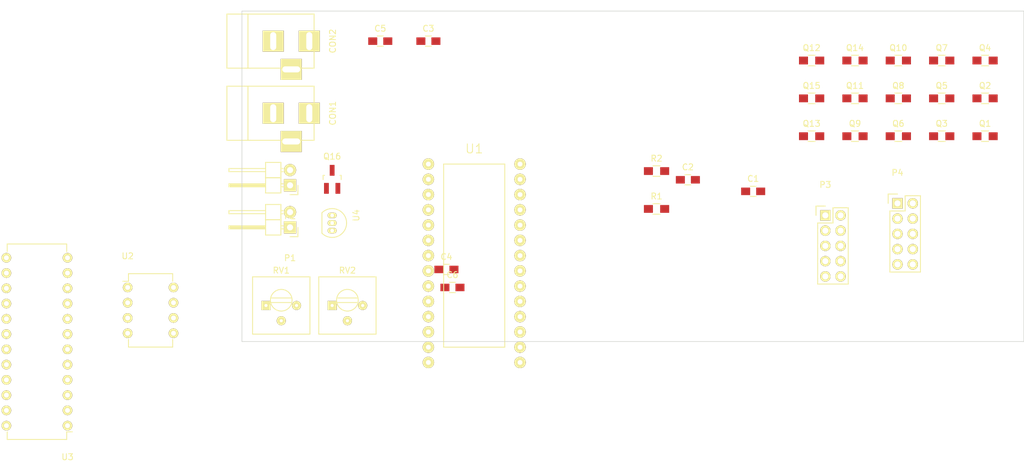
<source format=kicad_pcb>
(kicad_pcb (version 4) (host pcbnew 4.0.0-2.201511301920+6191~38~ubuntu14.04.1-stable)

  (general
    (links 92)
    (no_connects 92)
    (area 89.574999 72.87552 260.050001 150.195)
    (thickness 1.6)
    (drawings 4)
    (tracks 0)
    (zones 0)
    (modules 36)
    (nets 54)
  )

  (page A4)
  (layers
    (0 F.Cu signal)
    (31 B.Cu signal)
    (32 B.Adhes user)
    (33 F.Adhes user)
    (34 B.Paste user)
    (35 F.Paste user)
    (36 B.SilkS user)
    (37 F.SilkS user)
    (38 B.Mask user)
    (39 F.Mask user)
    (40 Dwgs.User user)
    (41 Cmts.User user)
    (42 Eco1.User user)
    (43 Eco2.User user)
    (44 Edge.Cuts user)
    (45 Margin user)
    (46 B.CrtYd user)
    (47 F.CrtYd user)
    (48 B.Fab user)
    (49 F.Fab user)
  )

  (setup
    (last_trace_width 0.25)
    (trace_clearance 0.2)
    (zone_clearance 0.508)
    (zone_45_only no)
    (trace_min 0.2)
    (segment_width 0.2)
    (edge_width 0.1)
    (via_size 0.6)
    (via_drill 0.4)
    (via_min_size 0.4)
    (via_min_drill 0.3)
    (uvia_size 0.3)
    (uvia_drill 0.1)
    (uvias_allowed no)
    (uvia_min_size 0.2)
    (uvia_min_drill 0.1)
    (pcb_text_width 0.3)
    (pcb_text_size 1.5 1.5)
    (mod_edge_width 0.15)
    (mod_text_size 1 1)
    (mod_text_width 0.15)
    (pad_size 1.5 1.5)
    (pad_drill 0.6)
    (pad_to_mask_clearance 0)
    (aux_axis_origin 0 0)
    (visible_elements FFFFFF7F)
    (pcbplotparams
      (layerselection 0x00030_80000001)
      (usegerberextensions false)
      (excludeedgelayer true)
      (linewidth 0.100000)
      (plotframeref false)
      (viasonmask false)
      (mode 1)
      (useauxorigin false)
      (hpglpennumber 1)
      (hpglpenspeed 20)
      (hpglpendiameter 15)
      (hpglpenoverlay 2)
      (psnegative false)
      (psa4output false)
      (plotreference true)
      (plotvalue true)
      (plotinvisibletext false)
      (padsonsilk false)
      (subtractmaskfromsilk false)
      (outputformat 1)
      (mirror false)
      (drillshape 1)
      (scaleselection 1)
      (outputdirectory ""))
  )

  (net 0 "")
  (net 1 VIN)
  (net 2 GND)
  (net 3 +3V3)
  (net 4 HEATER_PWR)
  (net 5 "Net-(CON1-Pad3)")
  (net 6 "Net-(CON2-Pad2)")
  (net 7 "Net-(CON2-Pad3)")
  (net 8 TEMP_S)
  (net 9 "Net-(P2-Pad2)")
  (net 10 /Phototransistors/S1)
  (net 11 /Phototransistors/S2)
  (net 12 /Phototransistors/S3)
  (net 13 /Phototransistors/S4)
  (net 14 /Phototransistors/S5)
  (net 15 /Phototransistors/S6)
  (net 16 /Phototransistors/S7)
  (net 17 /Phototransistors/S8)
  (net 18 /Phototransistors/S9)
  (net 19 /Phototransistors/S10)
  (net 20 /Phototransistors/S11)
  (net 21 /Phototransistors/S12)
  (net 22 /Phototransistors/S13)
  (net 23 /Phototransistors/S14)
  (net 24 /Phototransistors/S15)
  (net 25 HEAT)
  (net 26 "Net-(R1-Pad1)")
  (net 27 "Net-(RV1-Pad3)")
  (net 28 "Net-(RV2-Pad1)")
  (net 29 "Net-(U1-Pad0)")
  (net 30 "Net-(U1-Pad1)")
  (net 31 T2)
  (net 32 T3)
  (net 33 T4)
  (net 34 T5)
  (net 35 T6)
  (net 36 "Net-(U1-Pad8)")
  (net 37 "Net-(U1-Pad9)")
  (net 38 "Net-(U1-Pad10)")
  (net 39 "Net-(U1-Pad11)")
  (net 40 "Net-(U1-Pad12)")
  (net 41 "Net-(U1-Pad13)")
  (net 42 "Net-(U1-Pad14)")
  (net 43 "Net-(U1-Pad15)")
  (net 44 "Net-(U1-Pad16)")
  (net 45 "Net-(U1-Pad17)")
  (net 46 "Net-(U1-Pad18)")
  (net 47 "Net-(U1-Pad19)")
  (net 48 "Net-(U1-Pad22)")
  (net 49 "Net-(U1-Pad23)")
  (net 50 "Net-(U1-Pad24)")
  (net 51 "Net-(U1-Pad25)")
  (net 52 "Net-(U1-Pad27)")
  (net 53 "Net-(U3-Pad16)")

  (net_class Default "This is the default net class."
    (clearance 0.2)
    (trace_width 0.25)
    (via_dia 0.6)
    (via_drill 0.4)
    (uvia_dia 0.3)
    (uvia_drill 0.1)
    (add_net +3V3)
    (add_net /Phototransistors/S1)
    (add_net /Phototransistors/S10)
    (add_net /Phototransistors/S11)
    (add_net /Phototransistors/S12)
    (add_net /Phototransistors/S13)
    (add_net /Phototransistors/S14)
    (add_net /Phototransistors/S15)
    (add_net /Phototransistors/S2)
    (add_net /Phototransistors/S3)
    (add_net /Phototransistors/S4)
    (add_net /Phototransistors/S5)
    (add_net /Phototransistors/S6)
    (add_net /Phototransistors/S7)
    (add_net /Phototransistors/S8)
    (add_net /Phototransistors/S9)
    (add_net GND)
    (add_net HEAT)
    (add_net HEATER_PWR)
    (add_net "Net-(CON1-Pad3)")
    (add_net "Net-(CON2-Pad2)")
    (add_net "Net-(CON2-Pad3)")
    (add_net "Net-(P2-Pad2)")
    (add_net "Net-(R1-Pad1)")
    (add_net "Net-(RV1-Pad3)")
    (add_net "Net-(RV2-Pad1)")
    (add_net "Net-(U1-Pad0)")
    (add_net "Net-(U1-Pad1)")
    (add_net "Net-(U1-Pad10)")
    (add_net "Net-(U1-Pad11)")
    (add_net "Net-(U1-Pad12)")
    (add_net "Net-(U1-Pad13)")
    (add_net "Net-(U1-Pad14)")
    (add_net "Net-(U1-Pad15)")
    (add_net "Net-(U1-Pad16)")
    (add_net "Net-(U1-Pad17)")
    (add_net "Net-(U1-Pad18)")
    (add_net "Net-(U1-Pad19)")
    (add_net "Net-(U1-Pad22)")
    (add_net "Net-(U1-Pad23)")
    (add_net "Net-(U1-Pad24)")
    (add_net "Net-(U1-Pad25)")
    (add_net "Net-(U1-Pad27)")
    (add_net "Net-(U1-Pad8)")
    (add_net "Net-(U1-Pad9)")
    (add_net "Net-(U3-Pad16)")
    (add_net T2)
    (add_net T3)
    (add_net T4)
    (add_net T5)
    (add_net T6)
    (add_net TEMP_S)
    (add_net VIN)
  )

  (module Capacitors_SMD:C_0805_HandSoldering (layer F.Cu) (tedit 541A9B8D) (tstamp 56C7D940)
    (at 215 105)
    (descr "Capacitor SMD 0805, hand soldering")
    (tags "capacitor 0805")
    (path /56B9C372)
    (attr smd)
    (fp_text reference C1 (at 0 -2.1) (layer F.SilkS)
      (effects (font (size 1 1) (thickness 0.15)))
    )
    (fp_text value 100nF (at 0 2.1) (layer F.Fab)
      (effects (font (size 1 1) (thickness 0.15)))
    )
    (fp_line (start -2.3 -1) (end 2.3 -1) (layer F.CrtYd) (width 0.05))
    (fp_line (start -2.3 1) (end 2.3 1) (layer F.CrtYd) (width 0.05))
    (fp_line (start -2.3 -1) (end -2.3 1) (layer F.CrtYd) (width 0.05))
    (fp_line (start 2.3 -1) (end 2.3 1) (layer F.CrtYd) (width 0.05))
    (fp_line (start 0.5 -0.85) (end -0.5 -0.85) (layer F.SilkS) (width 0.15))
    (fp_line (start -0.5 0.85) (end 0.5 0.85) (layer F.SilkS) (width 0.15))
    (pad 1 smd rect (at -1.25 0) (size 1.5 1.25) (layers F.Cu F.Paste F.Mask)
      (net 1 VIN))
    (pad 2 smd rect (at 1.25 0) (size 1.5 1.25) (layers F.Cu F.Paste F.Mask)
      (net 2 GND))
    (model Capacitors_SMD.3dshapes/C_0805_HandSoldering.wrl
      (at (xyz 0 0 0))
      (scale (xyz 1 1 1))
      (rotate (xyz 0 0 0))
    )
  )

  (module Capacitors_SMD:C_0805_HandSoldering (layer F.Cu) (tedit 541A9B8D) (tstamp 56C7D94C)
    (at 204.144524 103.075)
    (descr "Capacitor SMD 0805, hand soldering")
    (tags "capacitor 0805")
    (path /56B9C865)
    (attr smd)
    (fp_text reference C2 (at 0 -2.1) (layer F.SilkS)
      (effects (font (size 1 1) (thickness 0.15)))
    )
    (fp_text value 100nF (at 0 2.1) (layer F.Fab)
      (effects (font (size 1 1) (thickness 0.15)))
    )
    (fp_line (start -2.3 -1) (end 2.3 -1) (layer F.CrtYd) (width 0.05))
    (fp_line (start -2.3 1) (end 2.3 1) (layer F.CrtYd) (width 0.05))
    (fp_line (start -2.3 -1) (end -2.3 1) (layer F.CrtYd) (width 0.05))
    (fp_line (start 2.3 -1) (end 2.3 1) (layer F.CrtYd) (width 0.05))
    (fp_line (start 0.5 -0.85) (end -0.5 -0.85) (layer F.SilkS) (width 0.15))
    (fp_line (start -0.5 0.85) (end 0.5 0.85) (layer F.SilkS) (width 0.15))
    (pad 1 smd rect (at -1.25 0) (size 1.5 1.25) (layers F.Cu F.Paste F.Mask)
      (net 1 VIN))
    (pad 2 smd rect (at 1.25 0) (size 1.5 1.25) (layers F.Cu F.Paste F.Mask)
      (net 2 GND))
    (model Capacitors_SMD.3dshapes/C_0805_HandSoldering.wrl
      (at (xyz 0 0 0))
      (scale (xyz 1 1 1))
      (rotate (xyz 0 0 0))
    )
  )

  (module Capacitors_SMD:C_0805_HandSoldering (layer F.Cu) (tedit 541A9B8D) (tstamp 56C7D958)
    (at 161 80)
    (descr "Capacitor SMD 0805, hand soldering")
    (tags "capacitor 0805")
    (path /56B9CCA2)
    (attr smd)
    (fp_text reference C3 (at 0 -2.1) (layer F.SilkS)
      (effects (font (size 1 1) (thickness 0.15)))
    )
    (fp_text value 100nF (at 0 2.1) (layer F.Fab)
      (effects (font (size 1 1) (thickness 0.15)))
    )
    (fp_line (start -2.3 -1) (end 2.3 -1) (layer F.CrtYd) (width 0.05))
    (fp_line (start -2.3 1) (end 2.3 1) (layer F.CrtYd) (width 0.05))
    (fp_line (start -2.3 -1) (end -2.3 1) (layer F.CrtYd) (width 0.05))
    (fp_line (start 2.3 -1) (end 2.3 1) (layer F.CrtYd) (width 0.05))
    (fp_line (start 0.5 -0.85) (end -0.5 -0.85) (layer F.SilkS) (width 0.15))
    (fp_line (start -0.5 0.85) (end 0.5 0.85) (layer F.SilkS) (width 0.15))
    (pad 1 smd rect (at -1.25 0) (size 1.5 1.25) (layers F.Cu F.Paste F.Mask)
      (net 3 +3V3))
    (pad 2 smd rect (at 1.25 0) (size 1.5 1.25) (layers F.Cu F.Paste F.Mask)
      (net 2 GND))
    (model Capacitors_SMD.3dshapes/C_0805_HandSoldering.wrl
      (at (xyz 0 0 0))
      (scale (xyz 1 1 1))
      (rotate (xyz 0 0 0))
    )
  )

  (module Capacitors_SMD:C_0805_HandSoldering (layer F.Cu) (tedit 541A9B8D) (tstamp 56C7D964)
    (at 164 118)
    (descr "Capacitor SMD 0805, hand soldering")
    (tags "capacitor 0805")
    (path /56B9CE8C)
    (attr smd)
    (fp_text reference C4 (at 0 -2.1) (layer F.SilkS)
      (effects (font (size 1 1) (thickness 0.15)))
    )
    (fp_text value 22nF (at 0 2.1) (layer F.Fab)
      (effects (font (size 1 1) (thickness 0.15)))
    )
    (fp_line (start -2.3 -1) (end 2.3 -1) (layer F.CrtYd) (width 0.05))
    (fp_line (start -2.3 1) (end 2.3 1) (layer F.CrtYd) (width 0.05))
    (fp_line (start -2.3 -1) (end -2.3 1) (layer F.CrtYd) (width 0.05))
    (fp_line (start 2.3 -1) (end 2.3 1) (layer F.CrtYd) (width 0.05))
    (fp_line (start 0.5 -0.85) (end -0.5 -0.85) (layer F.SilkS) (width 0.15))
    (fp_line (start -0.5 0.85) (end 0.5 0.85) (layer F.SilkS) (width 0.15))
    (pad 1 smd rect (at -1.25 0) (size 1.5 1.25) (layers F.Cu F.Paste F.Mask)
      (net 3 +3V3))
    (pad 2 smd rect (at 1.25 0) (size 1.5 1.25) (layers F.Cu F.Paste F.Mask)
      (net 2 GND))
    (model Capacitors_SMD.3dshapes/C_0805_HandSoldering.wrl
      (at (xyz 0 0 0))
      (scale (xyz 1 1 1))
      (rotate (xyz 0 0 0))
    )
  )

  (module Capacitors_SMD:C_0805_HandSoldering (layer F.Cu) (tedit 541A9B8D) (tstamp 56C7D970)
    (at 153 80)
    (descr "Capacitor SMD 0805, hand soldering")
    (tags "capacitor 0805")
    (path /56B9CF34)
    (attr smd)
    (fp_text reference C5 (at 0 -2.1) (layer F.SilkS)
      (effects (font (size 1 1) (thickness 0.15)))
    )
    (fp_text value 100nF (at 0 2.1) (layer F.Fab)
      (effects (font (size 1 1) (thickness 0.15)))
    )
    (fp_line (start -2.3 -1) (end 2.3 -1) (layer F.CrtYd) (width 0.05))
    (fp_line (start -2.3 1) (end 2.3 1) (layer F.CrtYd) (width 0.05))
    (fp_line (start -2.3 -1) (end -2.3 1) (layer F.CrtYd) (width 0.05))
    (fp_line (start 2.3 -1) (end 2.3 1) (layer F.CrtYd) (width 0.05))
    (fp_line (start 0.5 -0.85) (end -0.5 -0.85) (layer F.SilkS) (width 0.15))
    (fp_line (start -0.5 0.85) (end 0.5 0.85) (layer F.SilkS) (width 0.15))
    (pad 1 smd rect (at -1.25 0) (size 1.5 1.25) (layers F.Cu F.Paste F.Mask)
      (net 3 +3V3))
    (pad 2 smd rect (at 1.25 0) (size 1.5 1.25) (layers F.Cu F.Paste F.Mask)
      (net 2 GND))
    (model Capacitors_SMD.3dshapes/C_0805_HandSoldering.wrl
      (at (xyz 0 0 0))
      (scale (xyz 1 1 1))
      (rotate (xyz 0 0 0))
    )
  )

  (module Capacitors_SMD:C_0805_HandSoldering (layer F.Cu) (tedit 541A9B8D) (tstamp 56C7D97C)
    (at 165 121)
    (descr "Capacitor SMD 0805, hand soldering")
    (tags "capacitor 0805")
    (path /56B9E462)
    (attr smd)
    (fp_text reference C6 (at 0 -2.1) (layer F.SilkS)
      (effects (font (size 1 1) (thickness 0.15)))
    )
    (fp_text value 22uF (at 0 2.1) (layer F.Fab)
      (effects (font (size 1 1) (thickness 0.15)))
    )
    (fp_line (start -2.3 -1) (end 2.3 -1) (layer F.CrtYd) (width 0.05))
    (fp_line (start -2.3 1) (end 2.3 1) (layer F.CrtYd) (width 0.05))
    (fp_line (start -2.3 -1) (end -2.3 1) (layer F.CrtYd) (width 0.05))
    (fp_line (start 2.3 -1) (end 2.3 1) (layer F.CrtYd) (width 0.05))
    (fp_line (start 0.5 -0.85) (end -0.5 -0.85) (layer F.SilkS) (width 0.15))
    (fp_line (start -0.5 0.85) (end 0.5 0.85) (layer F.SilkS) (width 0.15))
    (pad 1 smd rect (at -1.25 0) (size 1.5 1.25) (layers F.Cu F.Paste F.Mask)
      (net 3 +3V3))
    (pad 2 smd rect (at 1.25 0) (size 1.5 1.25) (layers F.Cu F.Paste F.Mask)
      (net 2 GND))
    (model Capacitors_SMD.3dshapes/C_0805_HandSoldering.wrl
      (at (xyz 0 0 0))
      (scale (xyz 1 1 1))
      (rotate (xyz 0 0 0))
    )
  )

  (module Connect:BARREL_JACK (layer F.Cu) (tedit 0) (tstamp 56C7D988)
    (at 135 92)
    (descr "DC Barrel Jack")
    (tags "Power Jack")
    (path /56BA3485)
    (fp_text reference CON1 (at 10.09904 0 90) (layer F.SilkS)
      (effects (font (size 1 1) (thickness 0.15)))
    )
    (fp_text value BARREL_JACK (at 0 -5.99948) (layer F.Fab)
      (effects (font (size 1 1) (thickness 0.15)))
    )
    (fp_line (start -4.0005 -4.50088) (end -4.0005 4.50088) (layer F.SilkS) (width 0.15))
    (fp_line (start -7.50062 -4.50088) (end -7.50062 4.50088) (layer F.SilkS) (width 0.15))
    (fp_line (start -7.50062 4.50088) (end 7.00024 4.50088) (layer F.SilkS) (width 0.15))
    (fp_line (start 7.00024 4.50088) (end 7.00024 -4.50088) (layer F.SilkS) (width 0.15))
    (fp_line (start 7.00024 -4.50088) (end -7.50062 -4.50088) (layer F.SilkS) (width 0.15))
    (pad 1 thru_hole rect (at 6.20014 0) (size 3.50012 3.50012) (drill oval 1.00076 2.99974) (layers *.Cu *.Mask F.SilkS)
      (net 4 HEATER_PWR))
    (pad 2 thru_hole rect (at 0.20066 0) (size 3.50012 3.50012) (drill oval 1.00076 2.99974) (layers *.Cu *.Mask F.SilkS)
      (net 2 GND))
    (pad 3 thru_hole rect (at 3.2004 4.699) (size 3.50012 3.50012) (drill oval 2.99974 1.00076) (layers *.Cu *.Mask F.SilkS)
      (net 5 "Net-(CON1-Pad3)"))
  )

  (module Connect:BARREL_JACK (layer F.Cu) (tedit 0) (tstamp 56C7D994)
    (at 135 80)
    (descr "DC Barrel Jack")
    (tags "Power Jack")
    (path /56BA4035)
    (fp_text reference CON2 (at 10.09904 0 90) (layer F.SilkS)
      (effects (font (size 1 1) (thickness 0.15)))
    )
    (fp_text value BARREL_JACK (at 0 -5.99948) (layer F.Fab)
      (effects (font (size 1 1) (thickness 0.15)))
    )
    (fp_line (start -4.0005 -4.50088) (end -4.0005 4.50088) (layer F.SilkS) (width 0.15))
    (fp_line (start -7.50062 -4.50088) (end -7.50062 4.50088) (layer F.SilkS) (width 0.15))
    (fp_line (start -7.50062 4.50088) (end 7.00024 4.50088) (layer F.SilkS) (width 0.15))
    (fp_line (start 7.00024 4.50088) (end 7.00024 -4.50088) (layer F.SilkS) (width 0.15))
    (fp_line (start 7.00024 -4.50088) (end -7.50062 -4.50088) (layer F.SilkS) (width 0.15))
    (pad 1 thru_hole rect (at 6.20014 0) (size 3.50012 3.50012) (drill oval 1.00076 2.99974) (layers *.Cu *.Mask F.SilkS)
      (net 4 HEATER_PWR))
    (pad 2 thru_hole rect (at 0.20066 0) (size 3.50012 3.50012) (drill oval 1.00076 2.99974) (layers *.Cu *.Mask F.SilkS)
      (net 6 "Net-(CON2-Pad2)"))
    (pad 3 thru_hole rect (at 3.2004 4.699) (size 3.50012 3.50012) (drill oval 2.99974 1.00076) (layers *.Cu *.Mask F.SilkS)
      (net 7 "Net-(CON2-Pad3)"))
  )

  (module Pin_Headers:Pin_Header_Angled_1x02 (layer F.Cu) (tedit 0) (tstamp 56C7D9C8)
    (at 138 104 180)
    (descr "Through hole pin header")
    (tags "pin header")
    (path /56BA95A4)
    (fp_text reference P2 (at 0 -5.1 180) (layer F.SilkS)
      (effects (font (size 1 1) (thickness 0.15)))
    )
    (fp_text value CONN_01X02 (at 0 -3.1 180) (layer F.Fab)
      (effects (font (size 1 1) (thickness 0.15)))
    )
    (fp_line (start -1.5 -1.75) (end -1.5 4.3) (layer F.CrtYd) (width 0.05))
    (fp_line (start 10.65 -1.75) (end 10.65 4.3) (layer F.CrtYd) (width 0.05))
    (fp_line (start -1.5 -1.75) (end 10.65 -1.75) (layer F.CrtYd) (width 0.05))
    (fp_line (start -1.5 4.3) (end 10.65 4.3) (layer F.CrtYd) (width 0.05))
    (fp_line (start -1.3 -1.55) (end -1.3 0) (layer F.SilkS) (width 0.15))
    (fp_line (start 0 -1.55) (end -1.3 -1.55) (layer F.SilkS) (width 0.15))
    (fp_line (start 4.191 -0.127) (end 10.033 -0.127) (layer F.SilkS) (width 0.15))
    (fp_line (start 10.033 -0.127) (end 10.033 0.127) (layer F.SilkS) (width 0.15))
    (fp_line (start 10.033 0.127) (end 4.191 0.127) (layer F.SilkS) (width 0.15))
    (fp_line (start 4.191 0.127) (end 4.191 0) (layer F.SilkS) (width 0.15))
    (fp_line (start 4.191 0) (end 10.033 0) (layer F.SilkS) (width 0.15))
    (fp_line (start 1.524 -0.254) (end 1.143 -0.254) (layer F.SilkS) (width 0.15))
    (fp_line (start 1.524 0.254) (end 1.143 0.254) (layer F.SilkS) (width 0.15))
    (fp_line (start 1.524 2.286) (end 1.143 2.286) (layer F.SilkS) (width 0.15))
    (fp_line (start 1.524 2.794) (end 1.143 2.794) (layer F.SilkS) (width 0.15))
    (fp_line (start 1.524 -1.27) (end 4.064 -1.27) (layer F.SilkS) (width 0.15))
    (fp_line (start 1.524 1.27) (end 4.064 1.27) (layer F.SilkS) (width 0.15))
    (fp_line (start 1.524 1.27) (end 1.524 3.81) (layer F.SilkS) (width 0.15))
    (fp_line (start 1.524 3.81) (end 4.064 3.81) (layer F.SilkS) (width 0.15))
    (fp_line (start 4.064 2.286) (end 10.16 2.286) (layer F.SilkS) (width 0.15))
    (fp_line (start 10.16 2.286) (end 10.16 2.794) (layer F.SilkS) (width 0.15))
    (fp_line (start 10.16 2.794) (end 4.064 2.794) (layer F.SilkS) (width 0.15))
    (fp_line (start 4.064 3.81) (end 4.064 1.27) (layer F.SilkS) (width 0.15))
    (fp_line (start 4.064 1.27) (end 4.064 -1.27) (layer F.SilkS) (width 0.15))
    (fp_line (start 10.16 0.254) (end 4.064 0.254) (layer F.SilkS) (width 0.15))
    (fp_line (start 10.16 -0.254) (end 10.16 0.254) (layer F.SilkS) (width 0.15))
    (fp_line (start 4.064 -0.254) (end 10.16 -0.254) (layer F.SilkS) (width 0.15))
    (fp_line (start 1.524 1.27) (end 4.064 1.27) (layer F.SilkS) (width 0.15))
    (fp_line (start 1.524 -1.27) (end 1.524 1.27) (layer F.SilkS) (width 0.15))
    (pad 1 thru_hole rect (at 0 0 180) (size 2.032 2.032) (drill 1.016) (layers *.Cu *.Mask F.SilkS)
      (net 2 GND))
    (pad 2 thru_hole oval (at 0 2.54 180) (size 2.032 2.032) (drill 1.016) (layers *.Cu *.Mask F.SilkS)
      (net 9 "Net-(P2-Pad2)"))
    (model Pin_Headers.3dshapes/Pin_Header_Angled_1x02.wrl
      (at (xyz 0 -0.05 0))
      (scale (xyz 1 1 1))
      (rotate (xyz 0 0 90))
    )
  )

  (module Pin_Headers:Pin_Header_Straight_2x05 (layer F.Cu) (tedit 0) (tstamp 56C7D9E2)
    (at 227 109)
    (descr "Through hole pin header")
    (tags "pin header")
    (path /56C7E035)
    (fp_text reference P3 (at 0 -5.1) (layer F.SilkS)
      (effects (font (size 1 1) (thickness 0.15)))
    )
    (fp_text value CONN_02X05 (at 0 -3.1) (layer F.Fab)
      (effects (font (size 1 1) (thickness 0.15)))
    )
    (fp_line (start -1.75 -1.75) (end -1.75 11.95) (layer F.CrtYd) (width 0.05))
    (fp_line (start 4.3 -1.75) (end 4.3 11.95) (layer F.CrtYd) (width 0.05))
    (fp_line (start -1.75 -1.75) (end 4.3 -1.75) (layer F.CrtYd) (width 0.05))
    (fp_line (start -1.75 11.95) (end 4.3 11.95) (layer F.CrtYd) (width 0.05))
    (fp_line (start 3.81 -1.27) (end 3.81 11.43) (layer F.SilkS) (width 0.15))
    (fp_line (start 3.81 11.43) (end -1.27 11.43) (layer F.SilkS) (width 0.15))
    (fp_line (start -1.27 11.43) (end -1.27 1.27) (layer F.SilkS) (width 0.15))
    (fp_line (start 3.81 -1.27) (end 1.27 -1.27) (layer F.SilkS) (width 0.15))
    (fp_line (start 0 -1.55) (end -1.55 -1.55) (layer F.SilkS) (width 0.15))
    (fp_line (start 1.27 -1.27) (end 1.27 1.27) (layer F.SilkS) (width 0.15))
    (fp_line (start 1.27 1.27) (end -1.27 1.27) (layer F.SilkS) (width 0.15))
    (fp_line (start -1.55 -1.55) (end -1.55 0) (layer F.SilkS) (width 0.15))
    (pad 1 thru_hole rect (at 0 0) (size 1.7272 1.7272) (drill 1.016) (layers *.Cu *.Mask F.SilkS)
      (net 10 /Phototransistors/S1))
    (pad 2 thru_hole oval (at 2.54 0) (size 1.7272 1.7272) (drill 1.016) (layers *.Cu *.Mask F.SilkS)
      (net 11 /Phototransistors/S2))
    (pad 3 thru_hole oval (at 0 2.54) (size 1.7272 1.7272) (drill 1.016) (layers *.Cu *.Mask F.SilkS)
      (net 12 /Phototransistors/S3))
    (pad 4 thru_hole oval (at 2.54 2.54) (size 1.7272 1.7272) (drill 1.016) (layers *.Cu *.Mask F.SilkS)
      (net 13 /Phototransistors/S4))
    (pad 5 thru_hole oval (at 0 5.08) (size 1.7272 1.7272) (drill 1.016) (layers *.Cu *.Mask F.SilkS)
      (net 14 /Phototransistors/S5))
    (pad 6 thru_hole oval (at 2.54 5.08) (size 1.7272 1.7272) (drill 1.016) (layers *.Cu *.Mask F.SilkS)
      (net 15 /Phototransistors/S6))
    (pad 7 thru_hole oval (at 0 7.62) (size 1.7272 1.7272) (drill 1.016) (layers *.Cu *.Mask F.SilkS)
      (net 16 /Phototransistors/S7))
    (pad 8 thru_hole oval (at 2.54 7.62) (size 1.7272 1.7272) (drill 1.016) (layers *.Cu *.Mask F.SilkS)
      (net 17 /Phototransistors/S8))
    (pad 9 thru_hole oval (at 0 10.16) (size 1.7272 1.7272) (drill 1.016) (layers *.Cu *.Mask F.SilkS)
      (net 18 /Phototransistors/S9))
    (pad 10 thru_hole oval (at 2.54 10.16) (size 1.7272 1.7272) (drill 1.016) (layers *.Cu *.Mask F.SilkS)
      (net 19 /Phototransistors/S10))
    (model Pin_Headers.3dshapes/Pin_Header_Straight_2x05.wrl
      (at (xyz 0.05 -0.2 0))
      (scale (xyz 1 1 1))
      (rotate (xyz 0 0 90))
    )
  )

  (module Pin_Headers:Pin_Header_Straight_2x05 (layer F.Cu) (tedit 0) (tstamp 56C7D9FC)
    (at 239 107)
    (descr "Through hole pin header")
    (tags "pin header")
    (path /56C7E170)
    (fp_text reference P4 (at 0 -5.1) (layer F.SilkS)
      (effects (font (size 1 1) (thickness 0.15)))
    )
    (fp_text value CONN_02X05 (at 0 -3.1) (layer F.Fab)
      (effects (font (size 1 1) (thickness 0.15)))
    )
    (fp_line (start -1.75 -1.75) (end -1.75 11.95) (layer F.CrtYd) (width 0.05))
    (fp_line (start 4.3 -1.75) (end 4.3 11.95) (layer F.CrtYd) (width 0.05))
    (fp_line (start -1.75 -1.75) (end 4.3 -1.75) (layer F.CrtYd) (width 0.05))
    (fp_line (start -1.75 11.95) (end 4.3 11.95) (layer F.CrtYd) (width 0.05))
    (fp_line (start 3.81 -1.27) (end 3.81 11.43) (layer F.SilkS) (width 0.15))
    (fp_line (start 3.81 11.43) (end -1.27 11.43) (layer F.SilkS) (width 0.15))
    (fp_line (start -1.27 11.43) (end -1.27 1.27) (layer F.SilkS) (width 0.15))
    (fp_line (start 3.81 -1.27) (end 1.27 -1.27) (layer F.SilkS) (width 0.15))
    (fp_line (start 0 -1.55) (end -1.55 -1.55) (layer F.SilkS) (width 0.15))
    (fp_line (start 1.27 -1.27) (end 1.27 1.27) (layer F.SilkS) (width 0.15))
    (fp_line (start 1.27 1.27) (end -1.27 1.27) (layer F.SilkS) (width 0.15))
    (fp_line (start -1.55 -1.55) (end -1.55 0) (layer F.SilkS) (width 0.15))
    (pad 1 thru_hole rect (at 0 0) (size 1.7272 1.7272) (drill 1.016) (layers *.Cu *.Mask F.SilkS)
      (net 20 /Phototransistors/S11))
    (pad 2 thru_hole oval (at 2.54 0) (size 1.7272 1.7272) (drill 1.016) (layers *.Cu *.Mask F.SilkS)
      (net 21 /Phototransistors/S12))
    (pad 3 thru_hole oval (at 0 2.54) (size 1.7272 1.7272) (drill 1.016) (layers *.Cu *.Mask F.SilkS)
      (net 22 /Phototransistors/S13))
    (pad 4 thru_hole oval (at 2.54 2.54) (size 1.7272 1.7272) (drill 1.016) (layers *.Cu *.Mask F.SilkS)
      (net 23 /Phototransistors/S14))
    (pad 5 thru_hole oval (at 0 5.08) (size 1.7272 1.7272) (drill 1.016) (layers *.Cu *.Mask F.SilkS)
      (net 24 /Phototransistors/S15))
    (pad 6 thru_hole oval (at 2.54 5.08) (size 1.7272 1.7272) (drill 1.016) (layers *.Cu *.Mask F.SilkS)
      (net 2 GND))
    (pad 7 thru_hole oval (at 0 7.62) (size 1.7272 1.7272) (drill 1.016) (layers *.Cu *.Mask F.SilkS)
      (net 2 GND))
    (pad 8 thru_hole oval (at 2.54 7.62) (size 1.7272 1.7272) (drill 1.016) (layers *.Cu *.Mask F.SilkS)
      (net 2 GND))
    (pad 9 thru_hole oval (at 0 10.16) (size 1.7272 1.7272) (drill 1.016) (layers *.Cu *.Mask F.SilkS)
      (net 1 VIN))
    (pad 10 thru_hole oval (at 2.54 10.16) (size 1.7272 1.7272) (drill 1.016) (layers *.Cu *.Mask F.SilkS)
      (net 1 VIN))
    (model Pin_Headers.3dshapes/Pin_Header_Straight_2x05.wrl
      (at (xyz 0.05 -0.2 0))
      (scale (xyz 1 1 1))
      (rotate (xyz 0 0 90))
    )
  )

  (module Resistors_SMD:R_0805_HandSoldering (layer F.Cu) (tedit 54189DEE) (tstamp 56C7DA08)
    (at 253.558333 95.825)
    (descr "Resistor SMD 0805, hand soldering")
    (tags "resistor 0805")
    (path /56B9494D/56B94958)
    (attr smd)
    (fp_text reference Q1 (at 0 -2.1) (layer F.SilkS)
      (effects (font (size 1 1) (thickness 0.15)))
    )
    (fp_text value SFH3711 (at 0 2.1) (layer F.Fab)
      (effects (font (size 1 1) (thickness 0.15)))
    )
    (fp_line (start -2.4 -1) (end 2.4 -1) (layer F.CrtYd) (width 0.05))
    (fp_line (start -2.4 1) (end 2.4 1) (layer F.CrtYd) (width 0.05))
    (fp_line (start -2.4 -1) (end -2.4 1) (layer F.CrtYd) (width 0.05))
    (fp_line (start 2.4 -1) (end 2.4 1) (layer F.CrtYd) (width 0.05))
    (fp_line (start 0.6 0.875) (end -0.6 0.875) (layer F.SilkS) (width 0.15))
    (fp_line (start -0.6 -0.875) (end 0.6 -0.875) (layer F.SilkS) (width 0.15))
    (pad 1 smd rect (at -1.35 0) (size 1.5 1.3) (layers F.Cu F.Paste F.Mask)
      (net 10 /Phototransistors/S1))
    (pad 2 smd rect (at 1.35 0) (size 1.5 1.3) (layers F.Cu F.Paste F.Mask)
      (net 3 +3V3))
    (model Resistors_SMD.3dshapes/R_0805_HandSoldering.wrl
      (at (xyz 0 0 0))
      (scale (xyz 1 1 1))
      (rotate (xyz 0 0 0))
    )
  )

  (module Resistors_SMD:R_0805_HandSoldering (layer F.Cu) (tedit 54189DEE) (tstamp 56C7DA14)
    (at 253.558333 89.525)
    (descr "Resistor SMD 0805, hand soldering")
    (tags "resistor 0805")
    (path /56B9494D/56B94C7F)
    (attr smd)
    (fp_text reference Q2 (at 0 -2.1) (layer F.SilkS)
      (effects (font (size 1 1) (thickness 0.15)))
    )
    (fp_text value SFH3711 (at 0 2.1) (layer F.Fab)
      (effects (font (size 1 1) (thickness 0.15)))
    )
    (fp_line (start -2.4 -1) (end 2.4 -1) (layer F.CrtYd) (width 0.05))
    (fp_line (start -2.4 1) (end 2.4 1) (layer F.CrtYd) (width 0.05))
    (fp_line (start -2.4 -1) (end -2.4 1) (layer F.CrtYd) (width 0.05))
    (fp_line (start 2.4 -1) (end 2.4 1) (layer F.CrtYd) (width 0.05))
    (fp_line (start 0.6 0.875) (end -0.6 0.875) (layer F.SilkS) (width 0.15))
    (fp_line (start -0.6 -0.875) (end 0.6 -0.875) (layer F.SilkS) (width 0.15))
    (pad 1 smd rect (at -1.35 0) (size 1.5 1.3) (layers F.Cu F.Paste F.Mask)
      (net 11 /Phototransistors/S2))
    (pad 2 smd rect (at 1.35 0) (size 1.5 1.3) (layers F.Cu F.Paste F.Mask)
      (net 3 +3V3))
    (model Resistors_SMD.3dshapes/R_0805_HandSoldering.wrl
      (at (xyz 0 0 0))
      (scale (xyz 1 1 1))
      (rotate (xyz 0 0 0))
    )
  )

  (module Resistors_SMD:R_0805_HandSoldering (layer F.Cu) (tedit 54189DEE) (tstamp 56C7DA20)
    (at 246.348333 95.825)
    (descr "Resistor SMD 0805, hand soldering")
    (tags "resistor 0805")
    (path /56B9494D/56B94FE9)
    (attr smd)
    (fp_text reference Q3 (at 0 -2.1) (layer F.SilkS)
      (effects (font (size 1 1) (thickness 0.15)))
    )
    (fp_text value SFH3711 (at 0 2.1) (layer F.Fab)
      (effects (font (size 1 1) (thickness 0.15)))
    )
    (fp_line (start -2.4 -1) (end 2.4 -1) (layer F.CrtYd) (width 0.05))
    (fp_line (start -2.4 1) (end 2.4 1) (layer F.CrtYd) (width 0.05))
    (fp_line (start -2.4 -1) (end -2.4 1) (layer F.CrtYd) (width 0.05))
    (fp_line (start 2.4 -1) (end 2.4 1) (layer F.CrtYd) (width 0.05))
    (fp_line (start 0.6 0.875) (end -0.6 0.875) (layer F.SilkS) (width 0.15))
    (fp_line (start -0.6 -0.875) (end 0.6 -0.875) (layer F.SilkS) (width 0.15))
    (pad 1 smd rect (at -1.35 0) (size 1.5 1.3) (layers F.Cu F.Paste F.Mask)
      (net 12 /Phototransistors/S3))
    (pad 2 smd rect (at 1.35 0) (size 1.5 1.3) (layers F.Cu F.Paste F.Mask)
      (net 3 +3V3))
    (model Resistors_SMD.3dshapes/R_0805_HandSoldering.wrl
      (at (xyz 0 0 0))
      (scale (xyz 1 1 1))
      (rotate (xyz 0 0 0))
    )
  )

  (module Resistors_SMD:R_0805_HandSoldering (layer F.Cu) (tedit 54189DEE) (tstamp 56C7DA2C)
    (at 253.558333 83.225)
    (descr "Resistor SMD 0805, hand soldering")
    (tags "resistor 0805")
    (path /56B9494D/56B950F7)
    (attr smd)
    (fp_text reference Q4 (at 0 -2.1) (layer F.SilkS)
      (effects (font (size 1 1) (thickness 0.15)))
    )
    (fp_text value SFH3711 (at 0 2.1) (layer F.Fab)
      (effects (font (size 1 1) (thickness 0.15)))
    )
    (fp_line (start -2.4 -1) (end 2.4 -1) (layer F.CrtYd) (width 0.05))
    (fp_line (start -2.4 1) (end 2.4 1) (layer F.CrtYd) (width 0.05))
    (fp_line (start -2.4 -1) (end -2.4 1) (layer F.CrtYd) (width 0.05))
    (fp_line (start 2.4 -1) (end 2.4 1) (layer F.CrtYd) (width 0.05))
    (fp_line (start 0.6 0.875) (end -0.6 0.875) (layer F.SilkS) (width 0.15))
    (fp_line (start -0.6 -0.875) (end 0.6 -0.875) (layer F.SilkS) (width 0.15))
    (pad 1 smd rect (at -1.35 0) (size 1.5 1.3) (layers F.Cu F.Paste F.Mask)
      (net 13 /Phototransistors/S4))
    (pad 2 smd rect (at 1.35 0) (size 1.5 1.3) (layers F.Cu F.Paste F.Mask)
      (net 3 +3V3))
    (model Resistors_SMD.3dshapes/R_0805_HandSoldering.wrl
      (at (xyz 0 0 0))
      (scale (xyz 1 1 1))
      (rotate (xyz 0 0 0))
    )
  )

  (module Resistors_SMD:R_0805_HandSoldering (layer F.Cu) (tedit 54189DEE) (tstamp 56C7DA38)
    (at 246.348333 89.525)
    (descr "Resistor SMD 0805, hand soldering")
    (tags "resistor 0805")
    (path /56B9494D/56B951F6)
    (attr smd)
    (fp_text reference Q5 (at 0 -2.1) (layer F.SilkS)
      (effects (font (size 1 1) (thickness 0.15)))
    )
    (fp_text value SFH3711 (at 0 2.1) (layer F.Fab)
      (effects (font (size 1 1) (thickness 0.15)))
    )
    (fp_line (start -2.4 -1) (end 2.4 -1) (layer F.CrtYd) (width 0.05))
    (fp_line (start -2.4 1) (end 2.4 1) (layer F.CrtYd) (width 0.05))
    (fp_line (start -2.4 -1) (end -2.4 1) (layer F.CrtYd) (width 0.05))
    (fp_line (start 2.4 -1) (end 2.4 1) (layer F.CrtYd) (width 0.05))
    (fp_line (start 0.6 0.875) (end -0.6 0.875) (layer F.SilkS) (width 0.15))
    (fp_line (start -0.6 -0.875) (end 0.6 -0.875) (layer F.SilkS) (width 0.15))
    (pad 1 smd rect (at -1.35 0) (size 1.5 1.3) (layers F.Cu F.Paste F.Mask)
      (net 14 /Phototransistors/S5))
    (pad 2 smd rect (at 1.35 0) (size 1.5 1.3) (layers F.Cu F.Paste F.Mask)
      (net 3 +3V3))
    (model Resistors_SMD.3dshapes/R_0805_HandSoldering.wrl
      (at (xyz 0 0 0))
      (scale (xyz 1 1 1))
      (rotate (xyz 0 0 0))
    )
  )

  (module Resistors_SMD:R_0805_HandSoldering (layer F.Cu) (tedit 54189DEE) (tstamp 56C7DA44)
    (at 239.138333 95.825)
    (descr "Resistor SMD 0805, hand soldering")
    (tags "resistor 0805")
    (path /56B9494D/56B94A26)
    (attr smd)
    (fp_text reference Q6 (at 0 -2.1) (layer F.SilkS)
      (effects (font (size 1 1) (thickness 0.15)))
    )
    (fp_text value SFH3711 (at 0 2.1) (layer F.Fab)
      (effects (font (size 1 1) (thickness 0.15)))
    )
    (fp_line (start -2.4 -1) (end 2.4 -1) (layer F.CrtYd) (width 0.05))
    (fp_line (start -2.4 1) (end 2.4 1) (layer F.CrtYd) (width 0.05))
    (fp_line (start -2.4 -1) (end -2.4 1) (layer F.CrtYd) (width 0.05))
    (fp_line (start 2.4 -1) (end 2.4 1) (layer F.CrtYd) (width 0.05))
    (fp_line (start 0.6 0.875) (end -0.6 0.875) (layer F.SilkS) (width 0.15))
    (fp_line (start -0.6 -0.875) (end 0.6 -0.875) (layer F.SilkS) (width 0.15))
    (pad 1 smd rect (at -1.35 0) (size 1.5 1.3) (layers F.Cu F.Paste F.Mask)
      (net 3 +3V3))
    (pad 2 smd rect (at 1.35 0) (size 1.5 1.3) (layers F.Cu F.Paste F.Mask)
      (net 15 /Phototransistors/S6))
    (model Resistors_SMD.3dshapes/R_0805_HandSoldering.wrl
      (at (xyz 0 0 0))
      (scale (xyz 1 1 1))
      (rotate (xyz 0 0 0))
    )
  )

  (module Resistors_SMD:R_0805_HandSoldering (layer F.Cu) (tedit 54189DEE) (tstamp 56C7DA50)
    (at 246.348333 83.225)
    (descr "Resistor SMD 0805, hand soldering")
    (tags "resistor 0805")
    (path /56B9494D/56B94CFB)
    (attr smd)
    (fp_text reference Q7 (at 0 -2.1) (layer F.SilkS)
      (effects (font (size 1 1) (thickness 0.15)))
    )
    (fp_text value SFH3711 (at 0 2.1) (layer F.Fab)
      (effects (font (size 1 1) (thickness 0.15)))
    )
    (fp_line (start -2.4 -1) (end 2.4 -1) (layer F.CrtYd) (width 0.05))
    (fp_line (start -2.4 1) (end 2.4 1) (layer F.CrtYd) (width 0.05))
    (fp_line (start -2.4 -1) (end -2.4 1) (layer F.CrtYd) (width 0.05))
    (fp_line (start 2.4 -1) (end 2.4 1) (layer F.CrtYd) (width 0.05))
    (fp_line (start 0.6 0.875) (end -0.6 0.875) (layer F.SilkS) (width 0.15))
    (fp_line (start -0.6 -0.875) (end 0.6 -0.875) (layer F.SilkS) (width 0.15))
    (pad 1 smd rect (at -1.35 0) (size 1.5 1.3) (layers F.Cu F.Paste F.Mask)
      (net 16 /Phototransistors/S7))
    (pad 2 smd rect (at 1.35 0) (size 1.5 1.3) (layers F.Cu F.Paste F.Mask)
      (net 3 +3V3))
    (model Resistors_SMD.3dshapes/R_0805_HandSoldering.wrl
      (at (xyz 0 0 0))
      (scale (xyz 1 1 1))
      (rotate (xyz 0 0 0))
    )
  )

  (module Resistors_SMD:R_0805_HandSoldering (layer F.Cu) (tedit 54189DEE) (tstamp 56C7DA5C)
    (at 239.138333 89.525)
    (descr "Resistor SMD 0805, hand soldering")
    (tags "resistor 0805")
    (path /56B9494D/56B94FEF)
    (attr smd)
    (fp_text reference Q8 (at 0 -2.1) (layer F.SilkS)
      (effects (font (size 1 1) (thickness 0.15)))
    )
    (fp_text value SFH3711 (at 0 2.1) (layer F.Fab)
      (effects (font (size 1 1) (thickness 0.15)))
    )
    (fp_line (start -2.4 -1) (end 2.4 -1) (layer F.CrtYd) (width 0.05))
    (fp_line (start -2.4 1) (end 2.4 1) (layer F.CrtYd) (width 0.05))
    (fp_line (start -2.4 -1) (end -2.4 1) (layer F.CrtYd) (width 0.05))
    (fp_line (start 2.4 -1) (end 2.4 1) (layer F.CrtYd) (width 0.05))
    (fp_line (start 0.6 0.875) (end -0.6 0.875) (layer F.SilkS) (width 0.15))
    (fp_line (start -0.6 -0.875) (end 0.6 -0.875) (layer F.SilkS) (width 0.15))
    (pad 1 smd rect (at -1.35 0) (size 1.5 1.3) (layers F.Cu F.Paste F.Mask)
      (net 17 /Phototransistors/S8))
    (pad 2 smd rect (at 1.35 0) (size 1.5 1.3) (layers F.Cu F.Paste F.Mask)
      (net 3 +3V3))
    (model Resistors_SMD.3dshapes/R_0805_HandSoldering.wrl
      (at (xyz 0 0 0))
      (scale (xyz 1 1 1))
      (rotate (xyz 0 0 0))
    )
  )

  (module Resistors_SMD:R_0805_HandSoldering (layer F.Cu) (tedit 54189DEE) (tstamp 56C7DA68)
    (at 231.928333 95.825)
    (descr "Resistor SMD 0805, hand soldering")
    (tags "resistor 0805")
    (path /56B9494D/56B950FD)
    (attr smd)
    (fp_text reference Q9 (at 0 -2.1) (layer F.SilkS)
      (effects (font (size 1 1) (thickness 0.15)))
    )
    (fp_text value SFH3711 (at 0 2.1) (layer F.Fab)
      (effects (font (size 1 1) (thickness 0.15)))
    )
    (fp_line (start -2.4 -1) (end 2.4 -1) (layer F.CrtYd) (width 0.05))
    (fp_line (start -2.4 1) (end 2.4 1) (layer F.CrtYd) (width 0.05))
    (fp_line (start -2.4 -1) (end -2.4 1) (layer F.CrtYd) (width 0.05))
    (fp_line (start 2.4 -1) (end 2.4 1) (layer F.CrtYd) (width 0.05))
    (fp_line (start 0.6 0.875) (end -0.6 0.875) (layer F.SilkS) (width 0.15))
    (fp_line (start -0.6 -0.875) (end 0.6 -0.875) (layer F.SilkS) (width 0.15))
    (pad 1 smd rect (at -1.35 0) (size 1.5 1.3) (layers F.Cu F.Paste F.Mask)
      (net 18 /Phototransistors/S9))
    (pad 2 smd rect (at 1.35 0) (size 1.5 1.3) (layers F.Cu F.Paste F.Mask)
      (net 3 +3V3))
    (model Resistors_SMD.3dshapes/R_0805_HandSoldering.wrl
      (at (xyz 0 0 0))
      (scale (xyz 1 1 1))
      (rotate (xyz 0 0 0))
    )
  )

  (module Resistors_SMD:R_0805_HandSoldering (layer F.Cu) (tedit 54189DEE) (tstamp 56C7DA74)
    (at 239.138333 83.225)
    (descr "Resistor SMD 0805, hand soldering")
    (tags "resistor 0805")
    (path /56B9494D/56B951FC)
    (attr smd)
    (fp_text reference Q10 (at 0 -2.1) (layer F.SilkS)
      (effects (font (size 1 1) (thickness 0.15)))
    )
    (fp_text value SFH3711 (at 0 2.1) (layer F.Fab)
      (effects (font (size 1 1) (thickness 0.15)))
    )
    (fp_line (start -2.4 -1) (end 2.4 -1) (layer F.CrtYd) (width 0.05))
    (fp_line (start -2.4 1) (end 2.4 1) (layer F.CrtYd) (width 0.05))
    (fp_line (start -2.4 -1) (end -2.4 1) (layer F.CrtYd) (width 0.05))
    (fp_line (start 2.4 -1) (end 2.4 1) (layer F.CrtYd) (width 0.05))
    (fp_line (start 0.6 0.875) (end -0.6 0.875) (layer F.SilkS) (width 0.15))
    (fp_line (start -0.6 -0.875) (end 0.6 -0.875) (layer F.SilkS) (width 0.15))
    (pad 1 smd rect (at -1.35 0) (size 1.5 1.3) (layers F.Cu F.Paste F.Mask)
      (net 19 /Phototransistors/S10))
    (pad 2 smd rect (at 1.35 0) (size 1.5 1.3) (layers F.Cu F.Paste F.Mask)
      (net 3 +3V3))
    (model Resistors_SMD.3dshapes/R_0805_HandSoldering.wrl
      (at (xyz 0 0 0))
      (scale (xyz 1 1 1))
      (rotate (xyz 0 0 0))
    )
  )

  (module Resistors_SMD:R_0805_HandSoldering (layer F.Cu) (tedit 54189DEE) (tstamp 56C7DA80)
    (at 231.928333 89.525)
    (descr "Resistor SMD 0805, hand soldering")
    (tags "resistor 0805")
    (path /56B9494D/56B94A86)
    (attr smd)
    (fp_text reference Q11 (at 0 -2.1) (layer F.SilkS)
      (effects (font (size 1 1) (thickness 0.15)))
    )
    (fp_text value SFH3711 (at 0 2.1) (layer F.Fab)
      (effects (font (size 1 1) (thickness 0.15)))
    )
    (fp_line (start -2.4 -1) (end 2.4 -1) (layer F.CrtYd) (width 0.05))
    (fp_line (start -2.4 1) (end 2.4 1) (layer F.CrtYd) (width 0.05))
    (fp_line (start -2.4 -1) (end -2.4 1) (layer F.CrtYd) (width 0.05))
    (fp_line (start 2.4 -1) (end 2.4 1) (layer F.CrtYd) (width 0.05))
    (fp_line (start 0.6 0.875) (end -0.6 0.875) (layer F.SilkS) (width 0.15))
    (fp_line (start -0.6 -0.875) (end 0.6 -0.875) (layer F.SilkS) (width 0.15))
    (pad 1 smd rect (at -1.35 0) (size 1.5 1.3) (layers F.Cu F.Paste F.Mask)
      (net 3 +3V3))
    (pad 2 smd rect (at 1.35 0) (size 1.5 1.3) (layers F.Cu F.Paste F.Mask)
      (net 20 /Phototransistors/S11))
    (model Resistors_SMD.3dshapes/R_0805_HandSoldering.wrl
      (at (xyz 0 0 0))
      (scale (xyz 1 1 1))
      (rotate (xyz 0 0 0))
    )
  )

  (module Resistors_SMD:R_0805_HandSoldering (layer F.Cu) (tedit 54189DEE) (tstamp 56C7DA8C)
    (at 224.718333 83.225)
    (descr "Resistor SMD 0805, hand soldering")
    (tags "resistor 0805")
    (path /56B9494D/56B94D59)
    (attr smd)
    (fp_text reference Q12 (at 0 -2.1) (layer F.SilkS)
      (effects (font (size 1 1) (thickness 0.15)))
    )
    (fp_text value SFH3711 (at 0 2.1) (layer F.Fab)
      (effects (font (size 1 1) (thickness 0.15)))
    )
    (fp_line (start -2.4 -1) (end 2.4 -1) (layer F.CrtYd) (width 0.05))
    (fp_line (start -2.4 1) (end 2.4 1) (layer F.CrtYd) (width 0.05))
    (fp_line (start -2.4 -1) (end -2.4 1) (layer F.CrtYd) (width 0.05))
    (fp_line (start 2.4 -1) (end 2.4 1) (layer F.CrtYd) (width 0.05))
    (fp_line (start 0.6 0.875) (end -0.6 0.875) (layer F.SilkS) (width 0.15))
    (fp_line (start -0.6 -0.875) (end 0.6 -0.875) (layer F.SilkS) (width 0.15))
    (pad 1 smd rect (at -1.35 0) (size 1.5 1.3) (layers F.Cu F.Paste F.Mask)
      (net 21 /Phototransistors/S12))
    (pad 2 smd rect (at 1.35 0) (size 1.5 1.3) (layers F.Cu F.Paste F.Mask)
      (net 3 +3V3))
    (model Resistors_SMD.3dshapes/R_0805_HandSoldering.wrl
      (at (xyz 0 0 0))
      (scale (xyz 1 1 1))
      (rotate (xyz 0 0 0))
    )
  )

  (module Resistors_SMD:R_0805_HandSoldering (layer F.Cu) (tedit 54189DEE) (tstamp 56C7DA98)
    (at 224.718333 95.825)
    (descr "Resistor SMD 0805, hand soldering")
    (tags "resistor 0805")
    (path /56B9494D/56B94FF5)
    (attr smd)
    (fp_text reference Q13 (at 0 -2.1) (layer F.SilkS)
      (effects (font (size 1 1) (thickness 0.15)))
    )
    (fp_text value SFH3711 (at 0 2.1) (layer F.Fab)
      (effects (font (size 1 1) (thickness 0.15)))
    )
    (fp_line (start -2.4 -1) (end 2.4 -1) (layer F.CrtYd) (width 0.05))
    (fp_line (start -2.4 1) (end 2.4 1) (layer F.CrtYd) (width 0.05))
    (fp_line (start -2.4 -1) (end -2.4 1) (layer F.CrtYd) (width 0.05))
    (fp_line (start 2.4 -1) (end 2.4 1) (layer F.CrtYd) (width 0.05))
    (fp_line (start 0.6 0.875) (end -0.6 0.875) (layer F.SilkS) (width 0.15))
    (fp_line (start -0.6 -0.875) (end 0.6 -0.875) (layer F.SilkS) (width 0.15))
    (pad 1 smd rect (at -1.35 0) (size 1.5 1.3) (layers F.Cu F.Paste F.Mask)
      (net 22 /Phototransistors/S13))
    (pad 2 smd rect (at 1.35 0) (size 1.5 1.3) (layers F.Cu F.Paste F.Mask)
      (net 3 +3V3))
    (model Resistors_SMD.3dshapes/R_0805_HandSoldering.wrl
      (at (xyz 0 0 0))
      (scale (xyz 1 1 1))
      (rotate (xyz 0 0 0))
    )
  )

  (module Resistors_SMD:R_0805_HandSoldering (layer F.Cu) (tedit 54189DEE) (tstamp 56C7DAA4)
    (at 231.928333 83.225)
    (descr "Resistor SMD 0805, hand soldering")
    (tags "resistor 0805")
    (path /56B9494D/56B95103)
    (attr smd)
    (fp_text reference Q14 (at 0 -2.1) (layer F.SilkS)
      (effects (font (size 1 1) (thickness 0.15)))
    )
    (fp_text value SFH3711 (at 0 2.1) (layer F.Fab)
      (effects (font (size 1 1) (thickness 0.15)))
    )
    (fp_line (start -2.4 -1) (end 2.4 -1) (layer F.CrtYd) (width 0.05))
    (fp_line (start -2.4 1) (end 2.4 1) (layer F.CrtYd) (width 0.05))
    (fp_line (start -2.4 -1) (end -2.4 1) (layer F.CrtYd) (width 0.05))
    (fp_line (start 2.4 -1) (end 2.4 1) (layer F.CrtYd) (width 0.05))
    (fp_line (start 0.6 0.875) (end -0.6 0.875) (layer F.SilkS) (width 0.15))
    (fp_line (start -0.6 -0.875) (end 0.6 -0.875) (layer F.SilkS) (width 0.15))
    (pad 1 smd rect (at -1.35 0) (size 1.5 1.3) (layers F.Cu F.Paste F.Mask)
      (net 23 /Phototransistors/S14))
    (pad 2 smd rect (at 1.35 0) (size 1.5 1.3) (layers F.Cu F.Paste F.Mask)
      (net 3 +3V3))
    (model Resistors_SMD.3dshapes/R_0805_HandSoldering.wrl
      (at (xyz 0 0 0))
      (scale (xyz 1 1 1))
      (rotate (xyz 0 0 0))
    )
  )

  (module Resistors_SMD:R_0805_HandSoldering (layer F.Cu) (tedit 54189DEE) (tstamp 56C7DAB0)
    (at 224.718333 89.525)
    (descr "Resistor SMD 0805, hand soldering")
    (tags "resistor 0805")
    (path /56B9494D/56B95202)
    (attr smd)
    (fp_text reference Q15 (at 0 -2.1) (layer F.SilkS)
      (effects (font (size 1 1) (thickness 0.15)))
    )
    (fp_text value SFH3711 (at 0 2.1) (layer F.Fab)
      (effects (font (size 1 1) (thickness 0.15)))
    )
    (fp_line (start -2.4 -1) (end 2.4 -1) (layer F.CrtYd) (width 0.05))
    (fp_line (start -2.4 1) (end 2.4 1) (layer F.CrtYd) (width 0.05))
    (fp_line (start -2.4 -1) (end -2.4 1) (layer F.CrtYd) (width 0.05))
    (fp_line (start 2.4 -1) (end 2.4 1) (layer F.CrtYd) (width 0.05))
    (fp_line (start 0.6 0.875) (end -0.6 0.875) (layer F.SilkS) (width 0.15))
    (fp_line (start -0.6 -0.875) (end 0.6 -0.875) (layer F.SilkS) (width 0.15))
    (pad 1 smd rect (at -1.35 0) (size 1.5 1.3) (layers F.Cu F.Paste F.Mask)
      (net 24 /Phototransistors/S15))
    (pad 2 smd rect (at 1.35 0) (size 1.5 1.3) (layers F.Cu F.Paste F.Mask)
      (net 3 +3V3))
    (model Resistors_SMD.3dshapes/R_0805_HandSoldering.wrl
      (at (xyz 0 0 0))
      (scale (xyz 1 1 1))
      (rotate (xyz 0 0 0))
    )
  )

  (module TO_SOT_Packages_SMD:SOT-23_Handsoldering (layer F.Cu) (tedit 54E9291B) (tstamp 56C7DABB)
    (at 145 103)
    (descr "SOT-23, Handsoldering")
    (tags SOT-23)
    (path /56BA1661)
    (attr smd)
    (fp_text reference Q16 (at 0 -3.81) (layer F.SilkS)
      (effects (font (size 1 1) (thickness 0.15)))
    )
    (fp_text value Q_NMOS_GSD (at 0 3.81) (layer F.Fab)
      (effects (font (size 1 1) (thickness 0.15)))
    )
    (fp_line (start -1.49982 0.0508) (end -1.49982 -0.65024) (layer F.SilkS) (width 0.15))
    (fp_line (start -1.49982 -0.65024) (end -1.2509 -0.65024) (layer F.SilkS) (width 0.15))
    (fp_line (start 1.29916 -0.65024) (end 1.49982 -0.65024) (layer F.SilkS) (width 0.15))
    (fp_line (start 1.49982 -0.65024) (end 1.49982 0.0508) (layer F.SilkS) (width 0.15))
    (pad 1 smd rect (at -0.95 1.50114) (size 0.8001 1.80086) (layers F.Cu F.Paste F.Mask)
      (net 25 HEAT))
    (pad 2 smd rect (at 0.95 1.50114) (size 0.8001 1.80086) (layers F.Cu F.Paste F.Mask)
      (net 2 GND))
    (pad 3 smd rect (at 0 -1.50114) (size 0.8001 1.80086) (layers F.Cu F.Paste F.Mask)
      (net 6 "Net-(CON2-Pad2)"))
    (model TO_SOT_Packages_SMD.3dshapes/SOT-23_Handsoldering.wrl
      (at (xyz 0 0 0))
      (scale (xyz 1 1 1))
      (rotate (xyz 0 0 0))
    )
  )

  (module Resistors_SMD:R_0805_HandSoldering (layer F.Cu) (tedit 54189DEE) (tstamp 56C7DAC7)
    (at 198.935001 107.925)
    (descr "Resistor SMD 0805, hand soldering")
    (tags "resistor 0805")
    (path /56B99A73)
    (attr smd)
    (fp_text reference R1 (at 0 -2.1) (layer F.SilkS)
      (effects (font (size 1 1) (thickness 0.15)))
    )
    (fp_text value 1K (at 0 2.1) (layer F.Fab)
      (effects (font (size 1 1) (thickness 0.15)))
    )
    (fp_line (start -2.4 -1) (end 2.4 -1) (layer F.CrtYd) (width 0.05))
    (fp_line (start -2.4 1) (end 2.4 1) (layer F.CrtYd) (width 0.05))
    (fp_line (start -2.4 -1) (end -2.4 1) (layer F.CrtYd) (width 0.05))
    (fp_line (start 2.4 -1) (end 2.4 1) (layer F.CrtYd) (width 0.05))
    (fp_line (start 0.6 0.875) (end -0.6 0.875) (layer F.SilkS) (width 0.15))
    (fp_line (start -0.6 -0.875) (end 0.6 -0.875) (layer F.SilkS) (width 0.15))
    (pad 1 smd rect (at -1.35 0) (size 1.5 1.3) (layers F.Cu F.Paste F.Mask)
      (net 26 "Net-(R1-Pad1)"))
    (pad 2 smd rect (at 1.35 0) (size 1.5 1.3) (layers F.Cu F.Paste F.Mask)
      (net 2 GND))
    (model Resistors_SMD.3dshapes/R_0805_HandSoldering.wrl
      (at (xyz 0 0 0))
      (scale (xyz 1 1 1))
      (rotate (xyz 0 0 0))
    )
  )

  (module Resistors_SMD:R_0805_HandSoldering (layer F.Cu) (tedit 54189DEE) (tstamp 56C7DAD3)
    (at 198.935001 101.625)
    (descr "Resistor SMD 0805, hand soldering")
    (tags "resistor 0805")
    (path /56BA539F)
    (attr smd)
    (fp_text reference R2 (at 0 -2.1) (layer F.SilkS)
      (effects (font (size 1 1) (thickness 0.15)))
    )
    (fp_text value 6.8K (at 0 2.1) (layer F.Fab)
      (effects (font (size 1 1) (thickness 0.15)))
    )
    (fp_line (start -2.4 -1) (end 2.4 -1) (layer F.CrtYd) (width 0.05))
    (fp_line (start -2.4 1) (end 2.4 1) (layer F.CrtYd) (width 0.05))
    (fp_line (start -2.4 -1) (end -2.4 1) (layer F.CrtYd) (width 0.05))
    (fp_line (start 2.4 -1) (end 2.4 1) (layer F.CrtYd) (width 0.05))
    (fp_line (start 0.6 0.875) (end -0.6 0.875) (layer F.SilkS) (width 0.15))
    (fp_line (start -0.6 -0.875) (end 0.6 -0.875) (layer F.SilkS) (width 0.15))
    (pad 1 smd rect (at -1.35 0) (size 1.5 1.3) (layers F.Cu F.Paste F.Mask)
      (net 8 TEMP_S))
    (pad 2 smd rect (at 1.35 0) (size 1.5 1.3) (layers F.Cu F.Paste F.Mask)
      (net 2 GND))
    (model Resistors_SMD.3dshapes/R_0805_HandSoldering.wrl
      (at (xyz 0 0 0))
      (scale (xyz 1 1 1))
      (rotate (xyz 0 0 0))
    )
  )

  (module Potentiometers:Potentiometer_Trimmer-Suntan-TSR-3386P (layer F.Cu) (tedit 53F6A994) (tstamp 56C7DAE1)
    (at 134 124)
    (path /56B99053)
    (fp_text reference RV1 (at 2.54 -5.842) (layer F.SilkS)
      (effects (font (size 1 1) (thickness 0.15)))
    )
    (fp_text value "POT 10k" (at 2.54 6.096) (layer F.Fab)
      (effects (font (size 1 1) (thickness 0.15)))
    )
    (fp_line (start 0.84 -1.255) (end 4.24 -1.255) (layer F.SilkS) (width 0.15))
    (fp_line (start 0.84 -0.495) (end 4.24 -0.495) (layer F.SilkS) (width 0.15))
    (fp_line (start -2.225 -4.765) (end 7.305 -4.765) (layer F.SilkS) (width 0.15))
    (fp_line (start 7.305 -4.765) (end 7.305 4.765) (layer F.SilkS) (width 0.15))
    (fp_line (start 7.305 4.765) (end -2.225 4.765) (layer F.SilkS) (width 0.15))
    (fp_line (start -2.225 4.765) (end -2.225 -4.765) (layer F.SilkS) (width 0.15))
    (fp_circle (center 2.54 -0.875) (end 4.115 0) (layer F.SilkS) (width 0.15))
    (pad 3 thru_hole circle (at 5.08 0) (size 1.51 1.51) (drill 0.51) (layers *.Cu *.Mask F.SilkS)
      (net 27 "Net-(RV1-Pad3)"))
    (pad 1 thru_hole rect (at 0 0) (size 1.51 1.51) (drill 0.51) (layers *.Cu *.Mask F.SilkS)
      (net 26 "Net-(R1-Pad1)"))
    (pad 2 thru_hole circle (at 2.54 2.54) (size 1.51 1.51) (drill 0.51) (layers *.Cu *.Mask F.SilkS)
      (net 26 "Net-(R1-Pad1)"))
  )

  (module Potentiometers:Potentiometer_Trimmer-Suntan-TSR-3386P (layer F.Cu) (tedit 53F6A994) (tstamp 56C7DAEF)
    (at 145 124)
    (path /56B985A4)
    (fp_text reference RV2 (at 2.54 -5.842) (layer F.SilkS)
      (effects (font (size 1 1) (thickness 0.15)))
    )
    (fp_text value POT (at 2.54 6.096) (layer F.Fab)
      (effects (font (size 1 1) (thickness 0.15)))
    )
    (fp_line (start 0.84 -1.255) (end 4.24 -1.255) (layer F.SilkS) (width 0.15))
    (fp_line (start 0.84 -0.495) (end 4.24 -0.495) (layer F.SilkS) (width 0.15))
    (fp_line (start -2.225 -4.765) (end 7.305 -4.765) (layer F.SilkS) (width 0.15))
    (fp_line (start 7.305 -4.765) (end 7.305 4.765) (layer F.SilkS) (width 0.15))
    (fp_line (start 7.305 4.765) (end -2.225 4.765) (layer F.SilkS) (width 0.15))
    (fp_line (start -2.225 4.765) (end -2.225 -4.765) (layer F.SilkS) (width 0.15))
    (fp_circle (center 2.54 -0.875) (end 4.115 0) (layer F.SilkS) (width 0.15))
    (pad 3 thru_hole circle (at 5.08 0) (size 1.51 1.51) (drill 0.51) (layers *.Cu *.Mask F.SilkS)
      (net 2 GND))
    (pad 1 thru_hole rect (at 0 0) (size 1.51 1.51) (drill 0.51) (layers *.Cu *.Mask F.SilkS)
      (net 28 "Net-(RV2-Pad1)"))
    (pad 2 thru_hole circle (at 2.54 2.54) (size 1.51 1.51) (drill 0.51) (layers *.Cu *.Mask F.SilkS)
      (net 28 "Net-(RV2-Pad1)"))
  )

  (module Teensy-3:Teensy-3.1 (layer F.Cu) (tedit 5506D470) (tstamp 56C7DB13)
    (at 161 103 270)
    (path /56B935F7)
    (fp_text reference U1 (at -5.08 -7.62 360) (layer F.SilkS)
      (effects (font (size 1.5 1.5) (thickness 0.15)))
    )
    (fp_text value Teensy_3.1 (at 5.08 -10.16 270) (layer F.Fab)
      (effects (font (size 1.5 1.5) (thickness 0.15)))
    )
    (fp_line (start -2.54 -12.7) (end 27.94 -12.7) (layer F.SilkS) (width 0.15))
    (fp_line (start 27.94 -12.7) (end 27.94 -2.54) (layer F.SilkS) (width 0.15))
    (fp_line (start 27.94 -2.54) (end -2.54 -2.54) (layer F.SilkS) (width 0.15))
    (fp_line (start -2.54 -2.54) (end -2.54 -12.7) (layer F.SilkS) (width 0.15))
    (pad 0 thru_hole circle (at 0 0 270) (size 1.9 1.9) (drill 0.8) (layers *.Cu *.Mask F.SilkS)
      (net 29 "Net-(U1-Pad0)"))
    (pad 1 thru_hole circle (at 2.54 0 270) (size 1.9 1.9) (drill 0.8) (layers *.Cu *.Mask F.SilkS)
      (net 30 "Net-(U1-Pad1)"))
    (pad 2 thru_hole circle (at 5.08 0 270) (size 1.9 1.9) (drill 0.8) (layers *.Cu *.Mask F.SilkS)
      (net 31 T2))
    (pad 3 thru_hole circle (at 7.62 0 270) (size 1.9 1.9) (drill 0.8) (layers *.Cu *.Mask F.SilkS)
      (net 32 T3))
    (pad 4 thru_hole circle (at 10.16 0 270) (size 1.9 1.9) (drill 0.8) (layers *.Cu *.Mask F.SilkS)
      (net 33 T4))
    (pad 5 thru_hole circle (at 12.7 0 270) (size 1.9 1.9) (drill 0.8) (layers *.Cu *.Mask F.SilkS)
      (net 34 T5))
    (pad 6 thru_hole circle (at 15.24 0 270) (size 1.9 1.9) (drill 0.8) (layers *.Cu *.Mask F.SilkS)
      (net 35 T6))
    (pad 7 thru_hole circle (at 17.78 0 270) (size 1.9 1.9) (drill 0.8) (layers *.Cu *.Mask F.SilkS)
      (net 25 HEAT))
    (pad 8 thru_hole circle (at 20.32 0 270) (size 1.9 1.9) (drill 0.8) (layers *.Cu *.Mask F.SilkS)
      (net 36 "Net-(U1-Pad8)"))
    (pad 9 thru_hole circle (at 22.86 0 270) (size 1.9 1.9) (drill 0.8) (layers *.Cu *.Mask F.SilkS)
      (net 37 "Net-(U1-Pad9)"))
    (pad 10 thru_hole circle (at 25.4 0 270) (size 1.9 1.9) (drill 0.8) (layers *.Cu *.Mask F.SilkS)
      (net 38 "Net-(U1-Pad10)"))
    (pad 11 thru_hole circle (at 27.94 0 270) (size 1.9 1.9) (drill 0.8) (layers *.Cu *.Mask F.SilkS)
      (net 39 "Net-(U1-Pad11)"))
    (pad 12 thru_hole circle (at 30.48 0 270) (size 1.9 1.9) (drill 0.8) (layers *.Cu *.Mask F.SilkS)
      (net 40 "Net-(U1-Pad12)"))
    (pad 13 thru_hole circle (at 30.48 -15.24 270) (size 1.9 1.9) (drill 0.8) (layers *.Cu *.Mask F.SilkS)
      (net 41 "Net-(U1-Pad13)"))
    (pad 14 thru_hole circle (at 27.94 -15.24 270) (size 1.9 1.9) (drill 0.8) (layers *.Cu *.Mask F.SilkS)
      (net 42 "Net-(U1-Pad14)"))
    (pad 15 thru_hole circle (at 25.4 -15.24 270) (size 1.9 1.9) (drill 0.8) (layers *.Cu *.Mask F.SilkS)
      (net 43 "Net-(U1-Pad15)"))
    (pad 16 thru_hole circle (at 22.86 -15.24 270) (size 1.9 1.9) (drill 0.8) (layers *.Cu *.Mask F.SilkS)
      (net 44 "Net-(U1-Pad16)"))
    (pad 17 thru_hole circle (at 20.32 -15.24 270) (size 1.9 1.9) (drill 0.8) (layers *.Cu *.Mask F.SilkS)
      (net 45 "Net-(U1-Pad17)"))
    (pad 18 thru_hole circle (at 17.78 -15.24 270) (size 1.9 1.9) (drill 0.8) (layers *.Cu *.Mask F.SilkS)
      (net 46 "Net-(U1-Pad18)"))
    (pad 19 thru_hole circle (at 15.24 -15.24 270) (size 1.9 1.9) (drill 0.8) (layers *.Cu *.Mask F.SilkS)
      (net 47 "Net-(U1-Pad19)"))
    (pad 20 thru_hole circle (at 12.7 -15.24 270) (size 1.9 1.9) (drill 0.8) (layers *.Cu *.Mask F.SilkS)
      (net 27 "Net-(RV1-Pad3)"))
    (pad 21 thru_hole circle (at 10.16 -15.24 270) (size 1.9 1.9) (drill 0.8) (layers *.Cu *.Mask F.SilkS)
      (net 8 TEMP_S))
    (pad 22 thru_hole circle (at 7.62 -15.24 270) (size 1.9 1.9) (drill 0.8) (layers *.Cu *.Mask F.SilkS)
      (net 48 "Net-(U1-Pad22)"))
    (pad 23 thru_hole circle (at 5.08 -15.24 270) (size 1.9 1.9) (drill 0.8) (layers *.Cu *.Mask F.SilkS)
      (net 49 "Net-(U1-Pad23)"))
    (pad 24 thru_hole circle (at 2.54 -15.24 270) (size 1.9 1.9) (drill 0.8) (layers *.Cu *.Mask F.SilkS)
      (net 50 "Net-(U1-Pad24)"))
    (pad 25 thru_hole circle (at 0 -15.24 270) (size 1.9 1.9) (drill 0.8) (layers *.Cu *.Mask F.SilkS)
      (net 51 "Net-(U1-Pad25)"))
    (pad 26 thru_hole circle (at -2.54 -15.24 270) (size 1.9 1.9) (drill 0.8) (layers *.Cu *.Mask F.SilkS)
      (net 1 VIN))
    (pad 27 thru_hole circle (at -2.54 0 270) (size 1.9 1.9) (drill 0.8) (layers *.Cu *.Mask F.SilkS)
      (net 52 "Net-(U1-Pad27)"))
  )

  (module Housings_DIP:DIP-8_W7.62mm (layer F.Cu) (tedit 54130A77) (tstamp 56C7DB2A)
    (at 111 121)
    (descr "8-lead dip package, row spacing 7.62 mm (300 mils)")
    (tags "dil dip 2.54 300")
    (path /56B98142)
    (fp_text reference U2 (at 0 -5.22) (layer F.SilkS)
      (effects (font (size 1 1) (thickness 0.15)))
    )
    (fp_text value LM358 (at 0 -3.72) (layer F.Fab)
      (effects (font (size 1 1) (thickness 0.15)))
    )
    (fp_line (start -1.05 -2.45) (end -1.05 10.1) (layer F.CrtYd) (width 0.05))
    (fp_line (start 8.65 -2.45) (end 8.65 10.1) (layer F.CrtYd) (width 0.05))
    (fp_line (start -1.05 -2.45) (end 8.65 -2.45) (layer F.CrtYd) (width 0.05))
    (fp_line (start -1.05 10.1) (end 8.65 10.1) (layer F.CrtYd) (width 0.05))
    (fp_line (start 0.135 -2.295) (end 0.135 -1.025) (layer F.SilkS) (width 0.15))
    (fp_line (start 7.485 -2.295) (end 7.485 -1.025) (layer F.SilkS) (width 0.15))
    (fp_line (start 7.485 9.915) (end 7.485 8.645) (layer F.SilkS) (width 0.15))
    (fp_line (start 0.135 9.915) (end 0.135 8.645) (layer F.SilkS) (width 0.15))
    (fp_line (start 0.135 -2.295) (end 7.485 -2.295) (layer F.SilkS) (width 0.15))
    (fp_line (start 0.135 9.915) (end 7.485 9.915) (layer F.SilkS) (width 0.15))
    (fp_line (start 0.135 -1.025) (end -0.8 -1.025) (layer F.SilkS) (width 0.15))
    (pad 1 thru_hole oval (at 0 0) (size 1.6 1.6) (drill 0.8) (layers *.Cu *.Mask F.SilkS)
      (net 27 "Net-(RV1-Pad3)"))
    (pad 2 thru_hole oval (at 0 2.54) (size 1.6 1.6) (drill 0.8) (layers *.Cu *.Mask F.SilkS)
      (net 26 "Net-(R1-Pad1)"))
    (pad 3 thru_hole oval (at 0 5.08) (size 1.6 1.6) (drill 0.8) (layers *.Cu *.Mask F.SilkS)
      (net 28 "Net-(RV2-Pad1)"))
    (pad 4 thru_hole oval (at 0 7.62) (size 1.6 1.6) (drill 0.8) (layers *.Cu *.Mask F.SilkS)
      (net 1 VIN))
    (pad 5 thru_hole oval (at 7.62 7.62) (size 1.6 1.6) (drill 0.8) (layers *.Cu *.Mask F.SilkS))
    (pad 6 thru_hole oval (at 7.62 5.08) (size 1.6 1.6) (drill 0.8) (layers *.Cu *.Mask F.SilkS))
    (pad 7 thru_hole oval (at 7.62 2.54) (size 1.6 1.6) (drill 0.8) (layers *.Cu *.Mask F.SilkS))
    (pad 8 thru_hole oval (at 7.62 0) (size 1.6 1.6) (drill 0.8) (layers *.Cu *.Mask F.SilkS)
      (net 2 GND))
    (model Housings_DIP.3dshapes/DIP-8_W7.62mm.wrl
      (at (xyz 0 0 0))
      (scale (xyz 1 1 1))
      (rotate (xyz 0 0 0))
    )
  )

  (module Housings_DIP:DIP-24_W10.16mm (layer F.Cu) (tedit 54130A77) (tstamp 56C7DB51)
    (at 101 144 180)
    (descr "24-lead dip package, row spacing 10.16 mm (400 mils)")
    (tags "dil dip 2.54 400")
    (path /56B96E51)
    (fp_text reference U3 (at 0 -5.22 180) (layer F.SilkS)
      (effects (font (size 1 1) (thickness 0.15)))
    )
    (fp_text value CD74HC4067 (at 0 -3.72 180) (layer F.Fab)
      (effects (font (size 1 1) (thickness 0.15)))
    )
    (fp_line (start -1.05 -2.45) (end -1.05 30.4) (layer F.CrtYd) (width 0.05))
    (fp_line (start 11.2 -2.45) (end 11.2 30.4) (layer F.CrtYd) (width 0.05))
    (fp_line (start -1.05 -2.45) (end 11.2 -2.45) (layer F.CrtYd) (width 0.05))
    (fp_line (start -1.05 30.4) (end 11.2 30.4) (layer F.CrtYd) (width 0.05))
    (fp_line (start 0.135 -2.295) (end 0.135 -1.025) (layer F.SilkS) (width 0.15))
    (fp_line (start 10.025 -2.295) (end 10.025 -1.025) (layer F.SilkS) (width 0.15))
    (fp_line (start 10.025 30.235) (end 10.025 28.965) (layer F.SilkS) (width 0.15))
    (fp_line (start 0.135 30.235) (end 0.135 28.965) (layer F.SilkS) (width 0.15))
    (fp_line (start 0.135 -2.295) (end 10.025 -2.295) (layer F.SilkS) (width 0.15))
    (fp_line (start 0.135 30.235) (end 10.025 30.235) (layer F.SilkS) (width 0.15))
    (fp_line (start 0.135 -1.025) (end -0.8 -1.025) (layer F.SilkS) (width 0.15))
    (pad 1 thru_hole oval (at 0 0 180) (size 1.6 1.6) (drill 0.8) (layers *.Cu *.Mask F.SilkS)
      (net 28 "Net-(RV2-Pad1)"))
    (pad 2 thru_hole oval (at 0 2.54 180) (size 1.6 1.6) (drill 0.8) (layers *.Cu *.Mask F.SilkS)
      (net 17 /Phototransistors/S8))
    (pad 3 thru_hole oval (at 0 5.08 180) (size 1.6 1.6) (drill 0.8) (layers *.Cu *.Mask F.SilkS)
      (net 16 /Phototransistors/S7))
    (pad 4 thru_hole oval (at 0 7.62 180) (size 1.6 1.6) (drill 0.8) (layers *.Cu *.Mask F.SilkS)
      (net 15 /Phototransistors/S6))
    (pad 5 thru_hole oval (at 0 10.16 180) (size 1.6 1.6) (drill 0.8) (layers *.Cu *.Mask F.SilkS)
      (net 14 /Phototransistors/S5))
    (pad 6 thru_hole oval (at 0 12.7 180) (size 1.6 1.6) (drill 0.8) (layers *.Cu *.Mask F.SilkS)
      (net 13 /Phototransistors/S4))
    (pad 7 thru_hole oval (at 0 15.24 180) (size 1.6 1.6) (drill 0.8) (layers *.Cu *.Mask F.SilkS)
      (net 12 /Phototransistors/S3))
    (pad 8 thru_hole oval (at 0 17.78 180) (size 1.6 1.6) (drill 0.8) (layers *.Cu *.Mask F.SilkS)
      (net 11 /Phototransistors/S2))
    (pad 9 thru_hole oval (at 0 20.32 180) (size 1.6 1.6) (drill 0.8) (layers *.Cu *.Mask F.SilkS)
      (net 10 /Phototransistors/S1))
    (pad 10 thru_hole oval (at 0 22.86 180) (size 1.6 1.6) (drill 0.8) (layers *.Cu *.Mask F.SilkS)
      (net 31 T2))
    (pad 11 thru_hole oval (at 0 25.4 180) (size 1.6 1.6) (drill 0.8) (layers *.Cu *.Mask F.SilkS)
      (net 32 T3))
    (pad 12 thru_hole oval (at 0 27.94 180) (size 1.6 1.6) (drill 0.8) (layers *.Cu *.Mask F.SilkS)
      (net 2 GND))
    (pad 13 thru_hole oval (at 10.16 27.94 180) (size 1.6 1.6) (drill 0.8) (layers *.Cu *.Mask F.SilkS)
      (net 34 T5))
    (pad 14 thru_hole oval (at 10.16 25.4 180) (size 1.6 1.6) (drill 0.8) (layers *.Cu *.Mask F.SilkS)
      (net 33 T4))
    (pad 15 thru_hole oval (at 10.16 22.86 180) (size 1.6 1.6) (drill 0.8) (layers *.Cu *.Mask F.SilkS)
      (net 35 T6))
    (pad 16 thru_hole oval (at 10.16 20.32 180) (size 1.6 1.6) (drill 0.8) (layers *.Cu *.Mask F.SilkS)
      (net 53 "Net-(U3-Pad16)"))
    (pad 17 thru_hole oval (at 10.16 17.78 180) (size 1.6 1.6) (drill 0.8) (layers *.Cu *.Mask F.SilkS)
      (net 24 /Phototransistors/S15))
    (pad 18 thru_hole oval (at 10.16 15.24 180) (size 1.6 1.6) (drill 0.8) (layers *.Cu *.Mask F.SilkS)
      (net 23 /Phototransistors/S14))
    (pad 19 thru_hole oval (at 10.16 12.7 180) (size 1.6 1.6) (drill 0.8) (layers *.Cu *.Mask F.SilkS)
      (net 22 /Phototransistors/S13))
    (pad 20 thru_hole oval (at 10.16 10.16 180) (size 1.6 1.6) (drill 0.8) (layers *.Cu *.Mask F.SilkS)
      (net 21 /Phototransistors/S12))
    (pad 21 thru_hole oval (at 10.16 7.62 180) (size 1.6 1.6) (drill 0.8) (layers *.Cu *.Mask F.SilkS)
      (net 20 /Phototransistors/S11))
    (pad 22 thru_hole oval (at 10.16 5.08 180) (size 1.6 1.6) (drill 0.8) (layers *.Cu *.Mask F.SilkS)
      (net 19 /Phototransistors/S10))
    (pad 23 thru_hole oval (at 10.16 2.54 180) (size 1.6 1.6) (drill 0.8) (layers *.Cu *.Mask F.SilkS)
      (net 18 /Phototransistors/S9))
    (pad 24 thru_hole oval (at 10.16 0 180) (size 1.6 1.6) (drill 0.8) (layers *.Cu *.Mask F.SilkS)
      (net 1 VIN))
    (model Housings_DIP.3dshapes/DIP-24_W10.16mm.wrl
      (at (xyz 0 0 0))
      (scale (xyz 1 1 1))
      (rotate (xyz 0 0 0))
    )
  )

  (module TO_SOT_Packages_THT:TO-92_Inline_Narrow_Oval (layer F.Cu) (tedit 54F24281) (tstamp 56C7DB5F)
    (at 145 109 270)
    (descr "TO-92 leads in-line, narrow, oval pads, drill 0.6mm (see NXP sot054_po.pdf)")
    (tags "to-92 sc-43 sc-43a sot54 PA33 transistor")
    (path /56BA8B71)
    (fp_text reference U4 (at 0 -4 270) (layer F.SilkS)
      (effects (font (size 1 1) (thickness 0.15)))
    )
    (fp_text value CL520 (at 0 3 270) (layer F.Fab)
      (effects (font (size 1 1) (thickness 0.15)))
    )
    (fp_line (start -1.4 1.95) (end -1.4 -2.65) (layer F.CrtYd) (width 0.05))
    (fp_line (start -1.4 1.95) (end 3.95 1.95) (layer F.CrtYd) (width 0.05))
    (fp_line (start -0.43 1.7) (end 2.97 1.7) (layer F.SilkS) (width 0.15))
    (fp_arc (start 1.27 0) (end 1.27 -2.4) (angle -135) (layer F.SilkS) (width 0.15))
    (fp_arc (start 1.27 0) (end 1.27 -2.4) (angle 135) (layer F.SilkS) (width 0.15))
    (fp_line (start -1.4 -2.65) (end 3.95 -2.65) (layer F.CrtYd) (width 0.05))
    (fp_line (start 3.95 1.95) (end 3.95 -2.65) (layer F.CrtYd) (width 0.05))
    (pad 2 thru_hole oval (at 1.27 0 90) (size 0.89916 1.50114) (drill 0.6) (layers *.Cu *.Mask F.SilkS)
      (net 9 "Net-(P2-Pad2)"))
    (pad 3 thru_hole oval (at 2.54 0 90) (size 0.89916 1.50114) (drill 0.6) (layers *.Cu *.Mask F.SilkS)
      (net 1 VIN))
    (pad 1 thru_hole oval (at 0 0 90) (size 0.89916 1.50114) (drill 0.6) (layers *.Cu *.Mask F.SilkS)
      (net 2 GND))
    (model TO_SOT_Packages_THT.3dshapes/TO-92_Inline_Narrow_Oval.wrl
      (at (xyz 0.05 0 0))
      (scale (xyz 1 1 1))
      (rotate (xyz 0 0 -90))
    )
  )

  (module Pin_Headers:Pin_Header_Angled_1x02 (layer F.Cu) (tedit 0) (tstamp 56C7D9A5)
    (at 138 111 180)
    (descr "Through hole pin header")
    (tags "pin header")
    (path /56BA5A45)
    (fp_text reference P1 (at 0 -5.1 180) (layer F.SilkS)
      (effects (font (size 1 1) (thickness 0.15)))
    )
    (fp_text value CONN_01X02 (at 0 -3.1 180) (layer F.Fab)
      (effects (font (size 1 1) (thickness 0.15)))
    )
    (fp_line (start -1.5 -1.75) (end -1.5 4.3) (layer F.CrtYd) (width 0.05))
    (fp_line (start 10.65 -1.75) (end 10.65 4.3) (layer F.CrtYd) (width 0.05))
    (fp_line (start -1.5 -1.75) (end 10.65 -1.75) (layer F.CrtYd) (width 0.05))
    (fp_line (start -1.5 4.3) (end 10.65 4.3) (layer F.CrtYd) (width 0.05))
    (fp_line (start -1.3 -1.55) (end -1.3 0) (layer F.SilkS) (width 0.15))
    (fp_line (start 0 -1.55) (end -1.3 -1.55) (layer F.SilkS) (width 0.15))
    (fp_line (start 4.191 -0.127) (end 10.033 -0.127) (layer F.SilkS) (width 0.15))
    (fp_line (start 10.033 -0.127) (end 10.033 0.127) (layer F.SilkS) (width 0.15))
    (fp_line (start 10.033 0.127) (end 4.191 0.127) (layer F.SilkS) (width 0.15))
    (fp_line (start 4.191 0.127) (end 4.191 0) (layer F.SilkS) (width 0.15))
    (fp_line (start 4.191 0) (end 10.033 0) (layer F.SilkS) (width 0.15))
    (fp_line (start 1.524 -0.254) (end 1.143 -0.254) (layer F.SilkS) (width 0.15))
    (fp_line (start 1.524 0.254) (end 1.143 0.254) (layer F.SilkS) (width 0.15))
    (fp_line (start 1.524 2.286) (end 1.143 2.286) (layer F.SilkS) (width 0.15))
    (fp_line (start 1.524 2.794) (end 1.143 2.794) (layer F.SilkS) (width 0.15))
    (fp_line (start 1.524 -1.27) (end 4.064 -1.27) (layer F.SilkS) (width 0.15))
    (fp_line (start 1.524 1.27) (end 4.064 1.27) (layer F.SilkS) (width 0.15))
    (fp_line (start 1.524 1.27) (end 1.524 3.81) (layer F.SilkS) (width 0.15))
    (fp_line (start 1.524 3.81) (end 4.064 3.81) (layer F.SilkS) (width 0.15))
    (fp_line (start 4.064 2.286) (end 10.16 2.286) (layer F.SilkS) (width 0.15))
    (fp_line (start 10.16 2.286) (end 10.16 2.794) (layer F.SilkS) (width 0.15))
    (fp_line (start 10.16 2.794) (end 4.064 2.794) (layer F.SilkS) (width 0.15))
    (fp_line (start 4.064 3.81) (end 4.064 1.27) (layer F.SilkS) (width 0.15))
    (fp_line (start 4.064 1.27) (end 4.064 -1.27) (layer F.SilkS) (width 0.15))
    (fp_line (start 10.16 0.254) (end 4.064 0.254) (layer F.SilkS) (width 0.15))
    (fp_line (start 10.16 -0.254) (end 10.16 0.254) (layer F.SilkS) (width 0.15))
    (fp_line (start 4.064 -0.254) (end 10.16 -0.254) (layer F.SilkS) (width 0.15))
    (fp_line (start 1.524 1.27) (end 4.064 1.27) (layer F.SilkS) (width 0.15))
    (fp_line (start 1.524 -1.27) (end 1.524 1.27) (layer F.SilkS) (width 0.15))
    (pad 1 thru_hole rect (at 0 0 180) (size 2.032 2.032) (drill 1.016) (layers *.Cu *.Mask F.SilkS)
      (net 1 VIN))
    (pad 2 thru_hole oval (at 0 2.54 180) (size 2.032 2.032) (drill 1.016) (layers *.Cu *.Mask F.SilkS)
      (net 8 TEMP_S))
    (model Pin_Headers.3dshapes/Pin_Header_Angled_1x02.wrl
      (at (xyz 0 -0.05 0))
      (scale (xyz 1 1 1))
      (rotate (xyz 0 0 90))
    )
  )

  (gr_line (start 260 130) (end 130 130) (angle 90) (layer Edge.Cuts) (width 0.1))
  (gr_line (start 260 75) (end 260 130) (angle 90) (layer Edge.Cuts) (width 0.1))
  (gr_line (start 130 75) (end 260 75) (angle 90) (layer Edge.Cuts) (width 0.1))
  (gr_line (start 130 130) (end 130 75) (angle 90) (layer Edge.Cuts) (width 0.1))

)

</source>
